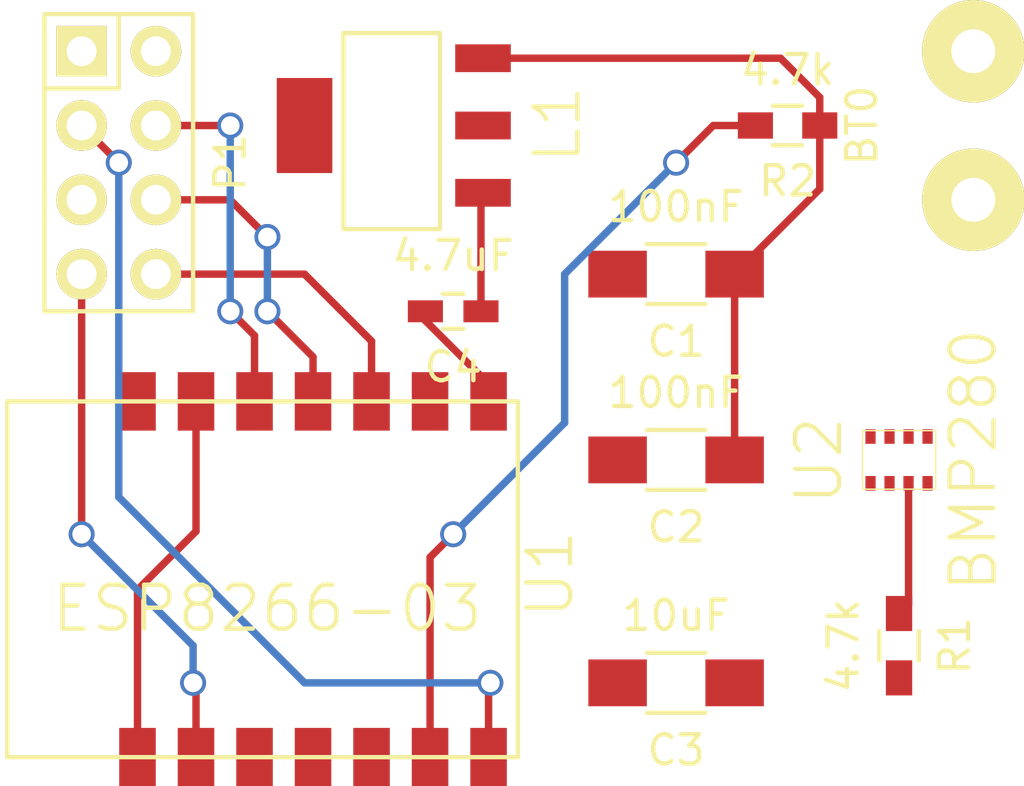
<source format=kicad_pcb>
(kicad_pcb (version 4) (host pcbnew 0.201412101631+5319~19~ubuntu14.04.1-product)

  (general
    (links 29)
    (no_connects 15)
    (area 121.837667 90.70594 163.420429 118.999001)
    (thickness 1.6)
    (drawings 0)
    (tracks 58)
    (zones 0)
    (modules 11)
    (nets 18)
  )

  (page A4)
  (layers
    (0 F.Cu signal)
    (31 B.Cu signal)
    (32 B.Adhes user hide)
    (33 F.Adhes user hide)
    (34 B.Paste user hide)
    (35 F.Paste user hide)
    (36 B.SilkS user hide)
    (37 F.SilkS user hide)
    (38 B.Mask user hide)
    (39 F.Mask user hide)
    (40 Dwgs.User user hide)
    (41 Cmts.User user)
    (42 Eco1.User user)
    (43 Eco2.User user)
    (44 Edge.Cuts user)
    (45 Margin user)
    (46 B.CrtYd user)
    (47 F.CrtYd user)
    (48 B.Fab user)
    (49 F.Fab user)
  )

  (setup
    (last_trace_width 0.254)
    (trace_clearance 0.254)
    (zone_clearance 0.508)
    (zone_45_only no)
    (trace_min 0.254)
    (segment_width 0.2)
    (edge_width 0.15)
    (via_size 0.889)
    (via_drill 0.635)
    (via_min_size 0.889)
    (via_min_drill 0.508)
    (uvia_size 0.508)
    (uvia_drill 0.127)
    (uvias_allowed no)
    (uvia_min_size 0.508)
    (uvia_min_drill 0.127)
    (pcb_text_width 0.3)
    (pcb_text_size 1.5 1.5)
    (mod_edge_width 0.15)
    (mod_text_size 1.5 1.5)
    (mod_text_width 0.15)
    (pad_size 1.524 1.524)
    (pad_drill 0.762)
    (pad_to_mask_clearance 0.2)
    (aux_axis_origin 0 0)
    (grid_origin 120.65 119.38)
    (visible_elements FFFFFF7F)
    (pcbplotparams
      (layerselection 0x00030_80000001)
      (usegerberextensions false)
      (excludeedgelayer true)
      (linewidth 0.150000)
      (plotframeref false)
      (viasonmask false)
      (mode 1)
      (useauxorigin false)
      (hpglpennumber 1)
      (hpglpenspeed 20)
      (hpglpendiameter 15)
      (hpglpenoverlay 2)
      (psnegative false)
      (psa4output false)
      (plotreference true)
      (plotvalue true)
      (plotinvisibletext false)
      (padsonsilk false)
      (subtractmaskfromsilk false)
      (outputformat 1)
      (mirror false)
      (drillshape 1)
      (scaleselection 1)
      (outputdirectory ""))
  )

  (net 0 "")
  (net 1 "Net-(BT0-Pad1)")
  (net 2 "Net-(C1-Pad1)")
  (net 3 "Net-(BT0-Pad2)")
  (net 4 "Net-(P1-Pad1)")
  (net 5 GND)
  (net 6 GPIO0)
  (net 7 RST)
  (net 8 SDA)
  (net 9 URXD)
  (net 10 SCL)
  (net 11 UTXD)
  (net 12 "Net-(U1-Pad11)")
  (net 13 "Net-(U1-Pad10)")
  (net 14 "Net-(U1-Pad7)")
  (net 15 "Net-(U1-Pad2)")
  (net 16 "Net-(U2-Pad6)")
  (net 17 "Net-(U2-Pad8)")

  (net_class Default "This is the default net class."
    (clearance 0.254)
    (trace_width 0.254)
    (via_dia 0.889)
    (via_drill 0.635)
    (uvia_dia 0.508)
    (uvia_drill 0.127)
    (add_net GND)
    (add_net GPIO0)
    (add_net "Net-(BT0-Pad1)")
    (add_net "Net-(BT0-Pad2)")
    (add_net "Net-(C1-Pad1)")
    (add_net "Net-(P1-Pad1)")
    (add_net "Net-(U1-Pad10)")
    (add_net "Net-(U1-Pad11)")
    (add_net "Net-(U1-Pad2)")
    (add_net "Net-(U1-Pad7)")
    (add_net "Net-(U2-Pad6)")
    (add_net "Net-(U2-Pad8)")
    (add_net RST)
    (add_net SCL)
    (add_net SDA)
    (add_net URXD)
    (add_net UTXD)
  )

  (module Wire_Pads:SolderWirePad_2x_1-5mmDrill (layer F.Cu) (tedit 54897B19) (tstamp 54897B3F)
    (at 156.21 95.25 90)
    (path /54897130)
    (fp_text reference BT0 (at 0 -3.81 90) (layer F.SilkS)
      (effects (font (size 1 1) (thickness 0.15)))
    )
    (fp_text value BATTERY (at 0.635 3.81 90) (layer F.SilkS) hide
      (effects (font (size 1 1) (thickness 0.15)))
    )
    (pad 1 thru_hole circle (at -2.54 0 90) (size 3.50012 3.50012) (drill 1.50114) (layers *.Cu *.Mask F.SilkS)
      (net 1 "Net-(BT0-Pad1)"))
    (pad 1 thru_hole circle (at 2.54 0 90) (size 3.50012 3.50012) (drill 1.50114) (layers *.Cu *.Mask F.SilkS)
      (net 1 "Net-(BT0-Pad1)"))
  )

  (module Capacitors_SMD:C_1206_HandSoldering (layer F.Cu) (tedit 541A9C03) (tstamp 54897B4B)
    (at 146.05 100.33 180)
    (descr "Capacitor SMD 1206, hand soldering")
    (tags "capacitor 1206")
    (path /54892512)
    (attr smd)
    (fp_text reference C1 (at 0 -2.3 180) (layer F.SilkS)
      (effects (font (size 1 1) (thickness 0.15)))
    )
    (fp_text value 100nF (at 0 2.3 180) (layer F.SilkS)
      (effects (font (size 1 1) (thickness 0.15)))
    )
    (fp_line (start -3.3 -1.15) (end 3.3 -1.15) (layer F.CrtYd) (width 0.05))
    (fp_line (start -3.3 1.15) (end 3.3 1.15) (layer F.CrtYd) (width 0.05))
    (fp_line (start -3.3 -1.15) (end -3.3 1.15) (layer F.CrtYd) (width 0.05))
    (fp_line (start 3.3 -1.15) (end 3.3 1.15) (layer F.CrtYd) (width 0.05))
    (fp_line (start 1 -1.025) (end -1 -1.025) (layer F.SilkS) (width 0.15))
    (fp_line (start -1 1.025) (end 1 1.025) (layer F.SilkS) (width 0.15))
    (pad 1 smd rect (at -2 0 180) (size 2 1.6) (layers F.Cu F.Paste F.Mask)
      (net 2 "Net-(C1-Pad1)"))
    (pad 2 smd rect (at 2 0 180) (size 2 1.6) (layers F.Cu F.Paste F.Mask)
      (net 3 "Net-(BT0-Pad2)"))
    (model Capacitors_SMD/C_1206_HandSoldering.wrl
      (at (xyz 0 0 0))
      (scale (xyz 1 1 1))
      (rotate (xyz 0 0 0))
    )
  )

  (module Capacitors_SMD:C_1206_HandSoldering (layer F.Cu) (tedit 541A9C03) (tstamp 54897B57)
    (at 146.05 106.68 180)
    (descr "Capacitor SMD 1206, hand soldering")
    (tags "capacitor 1206")
    (path /548934FD)
    (attr smd)
    (fp_text reference C2 (at 0 -2.3 180) (layer F.SilkS)
      (effects (font (size 1 1) (thickness 0.15)))
    )
    (fp_text value 100nF (at 0 2.3 180) (layer F.SilkS)
      (effects (font (size 1 1) (thickness 0.15)))
    )
    (fp_line (start -3.3 -1.15) (end 3.3 -1.15) (layer F.CrtYd) (width 0.05))
    (fp_line (start -3.3 1.15) (end 3.3 1.15) (layer F.CrtYd) (width 0.05))
    (fp_line (start -3.3 -1.15) (end -3.3 1.15) (layer F.CrtYd) (width 0.05))
    (fp_line (start 3.3 -1.15) (end 3.3 1.15) (layer F.CrtYd) (width 0.05))
    (fp_line (start 1 -1.025) (end -1 -1.025) (layer F.SilkS) (width 0.15))
    (fp_line (start -1 1.025) (end 1 1.025) (layer F.SilkS) (width 0.15))
    (pad 1 smd rect (at -2 0 180) (size 2 1.6) (layers F.Cu F.Paste F.Mask)
      (net 2 "Net-(C1-Pad1)"))
    (pad 2 smd rect (at 2 0 180) (size 2 1.6) (layers F.Cu F.Paste F.Mask)
      (net 3 "Net-(BT0-Pad2)"))
    (model Capacitors_SMD/C_1206_HandSoldering.wrl
      (at (xyz 0 0 0))
      (scale (xyz 1 1 1))
      (rotate (xyz 0 0 0))
    )
  )

  (module Capacitors_SMD:C_1206_HandSoldering (layer F.Cu) (tedit 541A9C03) (tstamp 54897B63)
    (at 146.05 114.3 180)
    (descr "Capacitor SMD 1206, hand soldering")
    (tags "capacitor 1206")
    (path /548937FC)
    (attr smd)
    (fp_text reference C3 (at 0 -2.3 180) (layer F.SilkS)
      (effects (font (size 1 1) (thickness 0.15)))
    )
    (fp_text value 10uF (at 0 2.3 180) (layer F.SilkS)
      (effects (font (size 1 1) (thickness 0.15)))
    )
    (fp_line (start -3.3 -1.15) (end 3.3 -1.15) (layer F.CrtYd) (width 0.05))
    (fp_line (start -3.3 1.15) (end 3.3 1.15) (layer F.CrtYd) (width 0.05))
    (fp_line (start -3.3 -1.15) (end -3.3 1.15) (layer F.CrtYd) (width 0.05))
    (fp_line (start 3.3 -1.15) (end 3.3 1.15) (layer F.CrtYd) (width 0.05))
    (fp_line (start 1 -1.025) (end -1 -1.025) (layer F.SilkS) (width 0.15))
    (fp_line (start -1 1.025) (end 1 1.025) (layer F.SilkS) (width 0.15))
    (pad 1 smd rect (at -2 0 180) (size 2 1.6) (layers F.Cu F.Paste F.Mask)
      (net 2 "Net-(C1-Pad1)"))
    (pad 2 smd rect (at 2 0 180) (size 2 1.6) (layers F.Cu F.Paste F.Mask)
      (net 3 "Net-(BT0-Pad2)"))
    (model Capacitors_SMD/C_1206_HandSoldering.wrl
      (at (xyz 0 0 0))
      (scale (xyz 1 1 1))
      (rotate (xyz 0 0 0))
    )
  )

  (module Capacitors_SMD:C_0603_HandSoldering (layer F.Cu) (tedit 541A9B4D) (tstamp 54897B6F)
    (at 138.43 101.6 180)
    (descr "Capacitor SMD 0603, hand soldering")
    (tags "capacitor 0603")
    (path /548965CF)
    (attr smd)
    (fp_text reference C4 (at 0 -1.9 180) (layer F.SilkS)
      (effects (font (size 1 1) (thickness 0.15)))
    )
    (fp_text value 4.7uF (at 0 1.9 180) (layer F.SilkS)
      (effects (font (size 1 1) (thickness 0.15)))
    )
    (fp_line (start -1.85 -0.75) (end 1.85 -0.75) (layer F.CrtYd) (width 0.05))
    (fp_line (start -1.85 0.75) (end 1.85 0.75) (layer F.CrtYd) (width 0.05))
    (fp_line (start -1.85 -0.75) (end -1.85 0.75) (layer F.CrtYd) (width 0.05))
    (fp_line (start 1.85 -0.75) (end 1.85 0.75) (layer F.CrtYd) (width 0.05))
    (fp_line (start -0.35 -0.6) (end 0.35 -0.6) (layer F.SilkS) (width 0.15))
    (fp_line (start 0.35 0.6) (end -0.35 0.6) (layer F.SilkS) (width 0.15))
    (pad 1 smd rect (at -0.95 0 180) (size 1.2 0.75) (layers F.Cu F.Paste F.Mask)
      (net 1 "Net-(BT0-Pad1)"))
    (pad 2 smd rect (at 0.95 0 180) (size 1.2 0.75) (layers F.Cu F.Paste F.Mask)
      (net 3 "Net-(BT0-Pad2)"))
    (model Capacitors_SMD/C_0603_HandSoldering.wrl
      (at (xyz 0 0 0))
      (scale (xyz 1 1 1))
      (rotate (xyz 0 0 0))
    )
  )

  (module AA_MyLibs:SOT-223 (layer F.Cu) (tedit 54896FA7) (tstamp 54897B77)
    (at 133.35 95.25 90)
    (path /548963A7)
    (fp_text reference L1 (at 0.04 8.64 90) (layer F.SilkS)
      (effects (font (size 1.5 1.5) (thickness 0.15)))
    )
    (fp_text value MCP1825 (at 0.01 3.09 90) (layer F.SilkS) hide
      (effects (font (size 1.5 1.5) (thickness 0.15)))
    )
    (fp_line (start 3.16 1.33) (end 3.16 4.63) (layer F.SilkS) (width 0.15))
    (fp_line (start -3.54 1.33) (end -3.54 4.63) (layer F.SilkS) (width 0.15))
    (fp_line (start -3.54 4.63) (end 3.16 4.63) (layer F.SilkS) (width 0.15))
    (fp_line (start -3.54 1.33) (end 3.16 1.33) (layer F.SilkS) (width 0.15))
    (pad 2 smd rect (at 0 6.1 90) (size 0.95 1.9) (layers F.Cu F.Paste F.Mask))
    (pad 4 smd rect (at 0 0 90) (size 3.25 1.9) (layers F.Cu F.Paste F.Mask))
    (pad 1 smd rect (at -2.3 6.1 90) (size 0.95 1.9) (layers F.Cu F.Paste F.Mask)
      (net 1 "Net-(BT0-Pad1)"))
    (pad 3 smd rect (at 2.3 6.1 90) (size 0.95 1.9) (layers F.Cu F.Paste F.Mask)
      (net 2 "Net-(C1-Pad1)"))
  )

  (module Pin_Headers:Pin_Header_Straight_2x04 (layer F.Cu) (tedit 54897B19) (tstamp 54897B83)
    (at 127 96.52 270)
    (descr "Through hole pin header")
    (tags "pin header")
    (path /548986B9)
    (fp_text reference P1 (at 0 -3.81 270) (layer F.SilkS)
      (effects (font (size 1 1) (thickness 0.15)))
    )
    (fp_text value CONN_02X04 (at 0 0 270) (layer F.SilkS) hide
      (effects (font (size 1 1) (thickness 0.15)))
    )
    (fp_line (start -2.54 2.54) (end 5.08 2.54) (layer F.SilkS) (width 0.15))
    (fp_line (start 5.08 2.54) (end 5.08 -2.54) (layer F.SilkS) (width 0.15))
    (fp_line (start 5.08 -2.54) (end -5.08 -2.54) (layer F.SilkS) (width 0.15))
    (fp_line (start -5.08 -2.54) (end -5.08 0) (layer F.SilkS) (width 0.15))
    (fp_line (start -5.08 2.54) (end -2.54 2.54) (layer F.SilkS) (width 0.15))
    (fp_line (start -5.08 0) (end -2.54 0) (layer F.SilkS) (width 0.15))
    (fp_line (start -2.54 0) (end -2.54 2.54) (layer F.SilkS) (width 0.15))
    (fp_line (start -5.08 2.54) (end -5.08 0) (layer F.SilkS) (width 0.15))
    (pad 1 thru_hole rect (at -3.81 1.27 270) (size 1.7272 1.7272) (drill 1.016) (layers *.Cu *.Mask F.SilkS)
      (net 4 "Net-(P1-Pad1)"))
    (pad 2 thru_hole oval (at -3.81 -1.27 270) (size 1.7272 1.7272) (drill 1.016) (layers *.Cu *.Mask F.SilkS)
      (net 5 GND))
    (pad 3 thru_hole oval (at -1.27 1.27 270) (size 1.7272 1.7272) (drill 1.016) (layers *.Cu *.Mask F.SilkS)
      (net 6 GPIO0))
    (pad 4 thru_hole oval (at -1.27 -1.27 270) (size 1.7272 1.7272) (drill 1.016) (layers *.Cu *.Mask F.SilkS)
      (net 7 RST))
    (pad 5 thru_hole oval (at 1.27 1.27 270) (size 1.7272 1.7272) (drill 1.016) (layers *.Cu *.Mask F.SilkS)
      (net 8 SDA))
    (pad 6 thru_hole oval (at 1.27 -1.27 270) (size 1.7272 1.7272) (drill 1.016) (layers *.Cu *.Mask F.SilkS)
      (net 9 URXD))
    (pad 7 thru_hole oval (at 3.81 1.27 270) (size 1.7272 1.7272) (drill 1.016) (layers *.Cu *.Mask F.SilkS)
      (net 10 SCL))
    (pad 8 thru_hole oval (at 3.81 -1.27 270) (size 1.7272 1.7272) (drill 1.016) (layers *.Cu *.Mask F.SilkS)
      (net 11 UTXD))
    (model Pin_Headers/Pin_Header_Straight_2x04.wrl
      (at (xyz 0 0 0))
      (scale (xyz 1 1 1))
      (rotate (xyz 0 0 0))
    )
  )

  (module Resistors_SMD:R_0603_HandSoldering (layer F.Cu) (tedit 5418A00F) (tstamp 54897B8F)
    (at 153.67 113.03 270)
    (descr "Resistor SMD 0603, hand soldering")
    (tags "resistor 0603")
    (path /54892C09)
    (attr smd)
    (fp_text reference R1 (at 0 -1.9 270) (layer F.SilkS)
      (effects (font (size 1 1) (thickness 0.15)))
    )
    (fp_text value 4.7k (at 0 1.9 270) (layer F.SilkS)
      (effects (font (size 1 1) (thickness 0.15)))
    )
    (fp_line (start -2 -0.8) (end 2 -0.8) (layer F.CrtYd) (width 0.05))
    (fp_line (start -2 0.8) (end 2 0.8) (layer F.CrtYd) (width 0.05))
    (fp_line (start -2 -0.8) (end -2 0.8) (layer F.CrtYd) (width 0.05))
    (fp_line (start 2 -0.8) (end 2 0.8) (layer F.CrtYd) (width 0.05))
    (fp_line (start 0.5 0.675) (end -0.5 0.675) (layer F.SilkS) (width 0.15))
    (fp_line (start -0.5 -0.675) (end 0.5 -0.675) (layer F.SilkS) (width 0.15))
    (pad 1 smd rect (at -1.1 0 270) (size 1.2 0.9) (layers F.Cu F.Paste F.Mask)
      (net 2 "Net-(C1-Pad1)"))
    (pad 2 smd rect (at 1.1 0 270) (size 1.2 0.9) (layers F.Cu F.Paste F.Mask)
      (net 10 SCL))
    (model Resistors_SMD/R_0603_HandSoldering.wrl
      (at (xyz 0 0 0))
      (scale (xyz 1 1 1))
      (rotate (xyz 0 0 0))
    )
  )

  (module Resistors_SMD:R_0603_HandSoldering (layer F.Cu) (tedit 5418A00F) (tstamp 54897B9B)
    (at 149.86 95.25 180)
    (descr "Resistor SMD 0603, hand soldering")
    (tags "resistor 0603")
    (path /54892DC8)
    (attr smd)
    (fp_text reference R2 (at 0 -1.9 180) (layer F.SilkS)
      (effects (font (size 1 1) (thickness 0.15)))
    )
    (fp_text value 4.7k (at 0 1.9 180) (layer F.SilkS)
      (effects (font (size 1 1) (thickness 0.15)))
    )
    (fp_line (start -2 -0.8) (end 2 -0.8) (layer F.CrtYd) (width 0.05))
    (fp_line (start -2 0.8) (end 2 0.8) (layer F.CrtYd) (width 0.05))
    (fp_line (start -2 -0.8) (end -2 0.8) (layer F.CrtYd) (width 0.05))
    (fp_line (start 2 -0.8) (end 2 0.8) (layer F.CrtYd) (width 0.05))
    (fp_line (start 0.5 0.675) (end -0.5 0.675) (layer F.SilkS) (width 0.15))
    (fp_line (start -0.5 -0.675) (end 0.5 -0.675) (layer F.SilkS) (width 0.15))
    (pad 1 smd rect (at -1.1 0 180) (size 1.2 0.9) (layers F.Cu F.Paste F.Mask)
      (net 2 "Net-(C1-Pad1)"))
    (pad 2 smd rect (at 1.1 0 180) (size 1.2 0.9) (layers F.Cu F.Paste F.Mask)
      (net 8 SDA))
    (model Resistors_SMD/R_0603_HandSoldering.wrl
      (at (xyz 0 0 0))
      (scale (xyz 1 1 1))
      (rotate (xyz 0 0 0))
    )
  )

  (module AA_MyLibs:ESP8266-03 (layer F.Cu) (tedit 54897DD3) (tstamp 54897E3D)
    (at 123.19 116.84 90)
    (path /54891FFC)
    (fp_text reference U1 (at 6.26 18.55 90) (layer F.SilkS)
      (effects (font (size 1.5 1.5) (thickness 0.15)))
    )
    (fp_text value ESP8266-03 (at 5.08 8.89 180) (layer F.SilkS)
      (effects (font (size 1.5 1.5) (thickness 0.15)))
    )
    (fp_line (start 0 0) (end 0 17.45) (layer F.SilkS) (width 0.15))
    (fp_line (start 0 17.45) (end 12.16 17.45) (layer F.SilkS) (width 0.15))
    (fp_line (start 12.16 17.45) (end 12.16 0) (layer F.SilkS) (width 0.15))
    (fp_line (start 0 0) (end 12.16 0) (layer F.SilkS) (width 0.15))
    (pad 14 smd rect (at 0 16.45 90) (size 2 1.25) (layers F.Cu F.Paste F.Mask)
      (net 6 GPIO0))
    (pad 13 smd rect (at 0 14.45 90) (size 2 1.25) (layers F.Cu F.Paste F.Mask)
      (net 8 SDA))
    (pad 12 smd rect (at 0 12.45 90) (size 2 1.25) (layers F.Cu F.Paste F.Mask)
      (net 3 "Net-(BT0-Pad2)"))
    (pad 11 smd rect (at 0 10.45 90) (size 2 1.25) (layers F.Cu F.Paste F.Mask)
      (net 12 "Net-(U1-Pad11)"))
    (pad 10 smd rect (at 0 8.45 90) (size 2 1.25) (layers F.Cu F.Paste F.Mask)
      (net 13 "Net-(U1-Pad10)"))
    (pad 9 smd rect (at 0 6.45 90) (size 2 1.25) (layers F.Cu F.Paste F.Mask)
      (net 10 SCL))
    (pad 8 smd rect (at 0 4.45 90) (size 2 1.25) (layers F.Cu F.Paste F.Mask)
      (net 2 "Net-(C1-Pad1)"))
    (pad 7 smd rect (at 12.16 4.45 90) (size 2 1.25) (layers F.Cu F.Paste F.Mask)
      (net 14 "Net-(U1-Pad7)"))
    (pad 6 smd rect (at 12.16 6.45 90) (size 2 1.25) (layers F.Cu F.Paste F.Mask)
      (net 2 "Net-(C1-Pad1)"))
    (pad 5 smd rect (at 12.16 8.45 90) (size 2 1.25) (layers F.Cu F.Paste F.Mask)
      (net 7 RST))
    (pad 4 smd rect (at 12.16 10.45 90) (size 2 1.25) (layers F.Cu F.Paste F.Mask)
      (net 9 URXD))
    (pad 3 smd rect (at 12.16 12.45 90) (size 2 1.25) (layers F.Cu F.Paste F.Mask)
      (net 11 UTXD))
    (pad 2 smd rect (at 12.16 14.45 90) (size 2 1.25) (layers F.Cu F.Paste F.Mask)
      (net 15 "Net-(U1-Pad2)"))
    (pad 1 smd rect (at 12.16 16.45 90) (size 2 1.25) (layers F.Cu F.Paste F.Mask)
      (net 3 "Net-(BT0-Pad2)"))
  )

  (module AA_MyLibs:BMP280 (layer F.Cu) (tedit 54897B90) (tstamp 54897BB9)
    (at 153.67 106.68 270)
    (path /54891E50)
    (fp_text reference U2 (at 0.02 2.74 270) (layer F.SilkS)
      (effects (font (size 1.5 1.5) (thickness 0.15)))
    )
    (fp_text value BMP280 (at 0 -2.54 270) (layer F.SilkS)
      (effects (font (size 1.5 1.5) (thickness 0.15)))
    )
    (fp_line (start -1 1.25) (end 1 1.25) (layer F.SilkS) (width 0.05))
    (fp_line (start -1 -1.25) (end 1 -1.25) (layer F.SilkS) (width 0.05))
    (fp_line (start -1 1.25) (end -1 -1.25) (layer F.SilkS) (width 0.05))
    (fp_line (start 1 1.25) (end 1 -1.25) (layer F.SilkS) (width 0.05))
    (pad 1 smd rect (at 0.8 -0.975 270) (size 0.5 0.35) (layers F.Cu F.Paste F.Mask)
      (net 3 "Net-(BT0-Pad2)"))
    (pad 2 smd rect (at 0.8 -0.325 270) (size 0.5 0.35) (layers F.Cu F.Paste F.Mask)
      (net 2 "Net-(C1-Pad1)"))
    (pad 3 smd rect (at 0.8 0.325 270) (size 0.5 0.35) (layers F.Cu F.Paste F.Mask)
      (net 8 SDA))
    (pad 4 smd rect (at 0.8 0.975 270) (size 0.5 0.35) (layers F.Cu F.Paste F.Mask)
      (net 10 SCL))
    (pad 5 smd rect (at -0.8 0.975 270) (size 0.5 0.35) (layers F.Cu F.Paste F.Mask)
      (net 3 "Net-(BT0-Pad2)"))
    (pad 6 smd rect (at -0.8 0.325 270) (size 0.5 0.35) (layers F.Cu F.Paste F.Mask)
      (net 16 "Net-(U2-Pad6)"))
    (pad 7 smd rect (at -0.8 -0.325 270) (size 0.5 0.35) (layers F.Cu F.Paste F.Mask)
      (net 3 "Net-(BT0-Pad2)"))
    (pad 8 smd rect (at -0.8 -0.975 270) (size 0.5 0.35) (layers F.Cu F.Paste F.Mask)
      (net 17 "Net-(U2-Pad8)"))
  )

  (segment (start 139.38 101.6) (end 139.38 97.62) (width 0.254) (layer F.Cu) (net 1))
  (segment (start 139.38 97.62) (end 139.45 97.55) (width 0.254) (layer F.Cu) (net 1) (tstamp 54898343))
  (segment (start 148.59 113.76) (end 148.05 114.3) (width 0.254) (layer F.Cu) (net 2) (tstamp 5489831A))
  (segment (start 148.05 100.33) (end 148.05 106.68) (width 0.254) (layer F.Cu) (net 2))
  (segment (start 150.96 95.25) (end 150.96 97.42) (width 0.254) (layer F.Cu) (net 2))
  (segment (start 150.96 97.42) (end 148.05 100.33) (width 0.254) (layer F.Cu) (net 2) (tstamp 54898383))
  (segment (start 139.45 92.95) (end 149.62 92.95) (width 0.254) (layer F.Cu) (net 2))
  (segment (start 150.96 94.29) (end 150.96 95.25) (width 0.254) (layer F.Cu) (net 2) (tstamp 54898380))
  (segment (start 149.62 92.95) (end 150.96 94.29) (width 0.254) (layer F.Cu) (net 2) (tstamp 5489837F))
  (segment (start 129.64 104.68) (end 129.64 109.12) (width 0.254) (layer F.Cu) (net 2))
  (segment (start 127.64 111.12) (end 127.64 116.84) (width 0.254) (layer F.Cu) (net 2) (tstamp 54898324))
  (segment (start 129.64 109.12) (end 127.64 111.12) (width 0.254) (layer F.Cu) (net 2) (tstamp 54898323))
  (segment (start 148.59 107.22) (end 148.05 106.68) (width 0.254) (layer F.Cu) (net 2) (tstamp 54898317))
  (segment (start 153.995 107.48) (end 153.995 111.605) (width 0.254) (layer F.Cu) (net 2))
  (segment (start 153.995 111.605) (end 153.84 111.76) (width 0.254) (layer F.Cu) (net 2) (tstamp 54898310))
  (segment (start 137.48 101.6) (end 137.48 101.92) (width 0.254) (layer F.Cu) (net 3))
  (segment (start 137.48 101.92) (end 139.64 104.08) (width 0.254) (layer F.Cu) (net 3) (tstamp 54898347))
  (segment (start 139.64 104.08) (end 139.64 104.68) (width 0.254) (layer F.Cu) (net 3) (tstamp 54898348))
  (segment (start 125.73 95.25) (end 127 96.52) (width 0.254) (layer F.Cu) (net 6))
  (segment (start 139.64 114.36) (end 139.64 116.84) (width 0.254) (layer F.Cu) (net 6) (tstamp 548983E5))
  (segment (start 139.7 114.3) (end 139.64 114.36) (width 0.254) (layer F.Cu) (net 6) (tstamp 548983E4))
  (via (at 139.7 114.3) (size 0.889) (layers F.Cu B.Cu) (net 6))
  (segment (start 133.35 114.3) (end 139.7 114.3) (width 0.254) (layer B.Cu) (net 6) (tstamp 548983DE))
  (segment (start 127 107.95) (end 133.35 114.3) (width 0.254) (layer B.Cu) (net 6) (tstamp 548983D8))
  (segment (start 127 96.52) (end 127 107.95) (width 0.254) (layer B.Cu) (net 6) (tstamp 548983D7))
  (via (at 127 96.52) (size 0.889) (layers F.Cu B.Cu) (net 6))
  (segment (start 128.27 95.25) (end 130.81 95.25) (width 0.254) (layer F.Cu) (net 7))
  (segment (start 131.64 102.43) (end 131.64 104.68) (width 0.254) (layer F.Cu) (net 7) (tstamp 548983C8))
  (segment (start 130.81 101.6) (end 131.64 102.43) (width 0.254) (layer F.Cu) (net 7) (tstamp 548983C7))
  (via (at 130.81 101.6) (size 0.889) (layers F.Cu B.Cu) (net 7))
  (segment (start 130.81 95.25) (end 130.81 101.6) (width 0.254) (layer B.Cu) (net 7) (tstamp 548983C1))
  (via (at 130.81 95.25) (size 0.889) (layers F.Cu B.Cu) (net 7))
  (segment (start 137.64 116.84) (end 137.64 110.01) (width 0.254) (layer F.Cu) (net 8))
  (segment (start 147.32 95.25) (end 148.76 95.25) (width 0.254) (layer F.Cu) (net 8) (tstamp 54898331))
  (segment (start 146.05 96.52) (end 147.32 95.25) (width 0.254) (layer F.Cu) (net 8) (tstamp 54898330))
  (via (at 146.05 96.52) (size 0.889) (layers F.Cu B.Cu) (net 8))
  (segment (start 142.24 100.33) (end 146.05 96.52) (width 0.254) (layer B.Cu) (net 8) (tstamp 5489832D))
  (segment (start 142.24 105.41) (end 142.24 100.33) (width 0.254) (layer B.Cu) (net 8) (tstamp 5489832B))
  (segment (start 138.43 109.22) (end 142.24 105.41) (width 0.254) (layer B.Cu) (net 8) (tstamp 5489832A))
  (via (at 138.43 109.22) (size 0.889) (layers F.Cu B.Cu) (net 8))
  (segment (start 137.64 110.01) (end 138.43 109.22) (width 0.254) (layer F.Cu) (net 8) (tstamp 54898328))
  (segment (start 128.27 97.79) (end 130.81 97.79) (width 0.254) (layer F.Cu) (net 9))
  (segment (start 133.64 103.16) (end 133.64 104.68) (width 0.254) (layer F.Cu) (net 9) (tstamp 54898396))
  (segment (start 132.08 101.6) (end 133.64 103.16) (width 0.254) (layer F.Cu) (net 9) (tstamp 54898395))
  (via (at 132.08 101.6) (size 0.889) (layers F.Cu B.Cu) (net 9))
  (segment (start 132.08 99.06) (end 132.08 101.6) (width 0.254) (layer B.Cu) (net 9) (tstamp 54898392))
  (via (at 132.08 99.06) (size 0.889) (layers F.Cu B.Cu) (net 9))
  (segment (start 130.81 97.79) (end 132.08 99.06) (width 0.254) (layer F.Cu) (net 9) (tstamp 5489838F))
  (segment (start 125.73 100.33) (end 125.73 109.22) (width 0.254) (layer F.Cu) (net 10))
  (segment (start 129.54 114.3) (end 129.64 114.4) (width 0.254) (layer F.Cu) (net 10) (tstamp 5489835E))
  (via (at 129.54 114.3) (size 0.889) (layers F.Cu B.Cu) (net 10))
  (segment (start 129.64 114.4) (end 129.64 116.84) (width 0.254) (layer F.Cu) (net 10) (tstamp 5489835F))
  (segment (start 129.54 113.03) (end 129.54 114.3) (width 0.254) (layer B.Cu) (net 10) (tstamp 5489835A))
  (segment (start 125.73 109.22) (end 129.54 113.03) (width 0.254) (layer B.Cu) (net 10) (tstamp 54898359))
  (via (at 125.73 109.22) (size 0.889) (layers F.Cu B.Cu) (net 10))
  (segment (start 128.27 100.33) (end 133.35 100.33) (width 0.254) (layer F.Cu) (net 11))
  (segment (start 135.64 102.62) (end 135.64 104.68) (width 0.254) (layer F.Cu) (net 11) (tstamp 5489838B))
  (segment (start 133.35 100.33) (end 135.64 102.62) (width 0.254) (layer F.Cu) (net 11) (tstamp 54898389))

)

</source>
